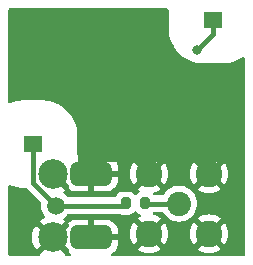
<source format=gbr>
%TF.GenerationSoftware,KiCad,Pcbnew,7.0.2*%
%TF.CreationDate,2024-04-02T18:30:14-04:00*%
%TF.ProjectId,filt1,66696c74-312e-46b6-9963-61645f706362,rev?*%
%TF.SameCoordinates,Original*%
%TF.FileFunction,Copper,L1,Top*%
%TF.FilePolarity,Positive*%
%FSLAX46Y46*%
G04 Gerber Fmt 4.6, Leading zero omitted, Abs format (unit mm)*
G04 Created by KiCad (PCBNEW 7.0.2) date 2024-04-02 18:30:14*
%MOMM*%
%LPD*%
G01*
G04 APERTURE LIST*
G04 Aperture macros list*
%AMRoundRect*
0 Rectangle with rounded corners*
0 $1 Rounding radius*
0 $2 $3 $4 $5 $6 $7 $8 $9 X,Y pos of 4 corners*
0 Add a 4 corners polygon primitive as box body*
4,1,4,$2,$3,$4,$5,$6,$7,$8,$9,$2,$3,0*
0 Add four circle primitives for the rounded corners*
1,1,$1+$1,$2,$3*
1,1,$1+$1,$4,$5*
1,1,$1+$1,$6,$7*
1,1,$1+$1,$8,$9*
0 Add four rect primitives between the rounded corners*
20,1,$1+$1,$2,$3,$4,$5,0*
20,1,$1+$1,$4,$5,$6,$7,0*
20,1,$1+$1,$6,$7,$8,$9,0*
20,1,$1+$1,$8,$9,$2,$3,0*%
G04 Aperture macros list end*
%TA.AperFunction,SMDPad,CuDef*%
%ADD10R,1.524000X1.397000*%
%TD*%
%TA.AperFunction,ComponentPad*%
%ADD11C,1.016000*%
%TD*%
%TA.AperFunction,SMDPad,CuDef*%
%ADD12R,13.208000X5.664200*%
%TD*%
%TA.AperFunction,SMDPad,CuDef*%
%ADD13R,18.796000X2.387600*%
%TD*%
%TA.AperFunction,SMDPad,CuDef*%
%ADD14R,12.700000X4.775200*%
%TD*%
%TA.AperFunction,ComponentPad*%
%ADD15C,2.250000*%
%TD*%
%TA.AperFunction,ComponentPad*%
%ADD16C,2.050000*%
%TD*%
%TA.AperFunction,SMDPad,CuDef*%
%ADD17RoundRect,0.200000X-0.200000X-0.275000X0.200000X-0.275000X0.200000X0.275000X-0.200000X0.275000X0*%
%TD*%
%TA.AperFunction,ComponentPad*%
%ADD18C,1.500000*%
%TD*%
%TA.AperFunction,ComponentPad*%
%ADD19C,2.500000*%
%TD*%
%TA.AperFunction,ComponentPad*%
%ADD20RoundRect,0.500000X1.250000X-0.500000X1.250000X0.500000X-1.250000X0.500000X-1.250000X-0.500000X0*%
%TD*%
%TA.AperFunction,ViaPad*%
%ADD21C,0.800000*%
%TD*%
%TA.AperFunction,Conductor*%
%ADD22C,0.400000*%
%TD*%
G04 APERTURE END LIST*
D10*
%TO.P,U1,1*%
%TO.N,Net-(J1-In)*%
X162086000Y-96500000D03*
%TO.P,U1,2,GND*%
%TO.N,GND*%
X162086000Y-85959000D03*
D11*
%TO.P,U1,3,GND*%
X166404000Y-97579500D03*
X167928000Y-97579500D03*
D10*
X167166000Y-96500000D03*
%TO.P,U1,4,GND*%
X167166000Y-85959000D03*
D11*
%TO.P,U1,5,GND*%
X171484000Y-97579500D03*
X173008000Y-97579500D03*
D10*
X172246000Y-96500000D03*
%TO.P,U1,6,GND*%
X172246000Y-85959000D03*
D11*
%TO.P,U1,7,GND*%
X176564000Y-97579500D03*
X178088000Y-97579500D03*
D10*
X177326000Y-96500000D03*
D12*
X172500000Y-95255400D03*
D11*
X162086000Y-91864500D03*
X164626000Y-91864500D03*
X167166000Y-91864500D03*
X169706000Y-91864500D03*
X172246000Y-91864500D03*
X174786000Y-91864500D03*
X177326000Y-91864500D03*
D13*
X169706000Y-91229500D03*
D11*
X162086000Y-90594500D03*
X164626000Y-90594500D03*
X167166000Y-90594500D03*
X169706000Y-90594500D03*
X172246000Y-90594500D03*
X174786000Y-90594500D03*
X177326000Y-90594500D03*
D14*
X166658000Y-87648100D03*
D10*
%TO.P,U1,8*%
%TO.N,Net-(J2-In)*%
X177326000Y-85959000D03*
%TD*%
D15*
%TO.P,J2,2,Ext*%
%TO.N,GND*%
X171920000Y-99000000D03*
X177000000Y-99000000D03*
X171920000Y-104080000D03*
X177000000Y-104080000D03*
D16*
%TO.P,J2,1,In*%
%TO.N,Net-(J2-In)*%
X174460000Y-101540000D03*
%TD*%
D17*
%TO.P,R1,2*%
%TO.N,Net-(J2-In)*%
X171575000Y-101500000D03*
%TO.P,R1,1*%
%TO.N,Net-(J1-In)*%
X169925000Y-101500000D03*
%TD*%
D18*
%TO.P,J1,1,In*%
%TO.N,Net-(J1-In)*%
X164000000Y-101700000D03*
D19*
%TO.P,J1,2,Ext*%
%TO.N,GND*%
X163750000Y-104400000D03*
D20*
X167000000Y-104400000D03*
D19*
X163750000Y-99000000D03*
D20*
X167000000Y-99000000D03*
%TD*%
D21*
%TO.N,Net-(J2-In)*%
X176000000Y-88500000D03*
%TD*%
D22*
%TO.N,Net-(J1-In)*%
X162086000Y-96500000D02*
X162100000Y-96514000D01*
X162100000Y-96514000D02*
X162100000Y-99800000D01*
X162100000Y-99800000D02*
X164000000Y-101700000D01*
%TO.N,Net-(J2-In)*%
X177326000Y-87174000D02*
X176000000Y-88500000D01*
X177326000Y-85959000D02*
X177326000Y-87174000D01*
%TO.N,Net-(J1-In)*%
X169725000Y-101700000D02*
X164000000Y-101700000D01*
%TO.N,Net-(J2-In)*%
X174460000Y-101540000D02*
X171615000Y-101540000D01*
X171615000Y-101540000D02*
X171575000Y-101500000D01*
%TO.N,GND*%
X174460000Y-94540000D02*
X175000000Y-94000000D01*
%TO.N,Net-(J1-In)*%
X169925000Y-101500000D02*
X169725000Y-101700000D01*
%TD*%
%TA.AperFunction,Conductor*%
%TO.N,GND*%
G36*
X160170272Y-99968762D02*
G01*
X160378609Y-100051529D01*
X160716218Y-100141991D01*
X161062046Y-100192648D01*
X161207533Y-100199000D01*
X161459157Y-100198999D01*
X161526196Y-100218683D01*
X161561206Y-100252557D01*
X161571817Y-100267929D01*
X161616847Y-100307822D01*
X161622283Y-100312940D01*
X162725124Y-101415781D01*
X162758609Y-101477104D01*
X162760971Y-101514269D01*
X162744722Y-101699999D01*
X162763792Y-101917974D01*
X162789217Y-102012863D01*
X162820425Y-102129330D01*
X162912898Y-102327639D01*
X163038402Y-102506877D01*
X163038404Y-102506880D01*
X163038405Y-102506880D01*
X163112897Y-102581372D01*
X163146382Y-102642695D01*
X163141398Y-102712387D01*
X163099526Y-102768320D01*
X163079018Y-102780773D01*
X162872546Y-102880206D01*
X162700832Y-102997278D01*
X163351391Y-103647837D01*
X163232569Y-103719331D01*
X163098342Y-103846477D01*
X162995138Y-103998691D01*
X162347873Y-103351427D01*
X162300028Y-103411424D01*
X162168882Y-103638576D01*
X162073059Y-103882729D01*
X162014693Y-104138447D01*
X161995092Y-104400000D01*
X162014693Y-104661552D01*
X162073059Y-104917270D01*
X162168882Y-105161424D01*
X162300027Y-105388573D01*
X162347873Y-105448571D01*
X162347874Y-105448571D01*
X162998766Y-104797679D01*
X163042316Y-104879822D01*
X163162009Y-105020735D01*
X163309195Y-105132623D01*
X163351402Y-105152150D01*
X162700831Y-105802720D01*
X162706274Y-105860760D01*
X162705528Y-105860829D01*
X162709667Y-105896482D01*
X162678923Y-105959224D01*
X162619138Y-105995384D01*
X162587455Y-105999500D01*
X160124500Y-105999500D01*
X160057461Y-105979815D01*
X160011706Y-105927011D01*
X160000500Y-105875500D01*
X160000500Y-100084004D01*
X160020185Y-100016965D01*
X160072989Y-99971210D01*
X160142147Y-99961266D01*
X160170272Y-99968762D01*
G37*
%TD.AperFunction*%
%TA.AperFunction,Conductor*%
G36*
X165104816Y-105401262D02*
G01*
X165138301Y-105462585D01*
X165133317Y-105532276D01*
X165104816Y-105576624D01*
X165056566Y-105624874D01*
X165196871Y-105739279D01*
X165247244Y-105765592D01*
X165297551Y-105814079D01*
X165313658Y-105882066D01*
X165290451Y-105947969D01*
X165235298Y-105990864D01*
X165189832Y-105999500D01*
X164912542Y-105999500D01*
X164845503Y-105979815D01*
X164799748Y-105927011D01*
X164789804Y-105857853D01*
X164795081Y-105846297D01*
X164799167Y-105802720D01*
X164148609Y-105152161D01*
X164267431Y-105080669D01*
X164401658Y-104953523D01*
X164504861Y-104801308D01*
X165104816Y-105401262D01*
G37*
%TD.AperFunction*%
%TA.AperFunction,Conductor*%
G36*
X173507274Y-85020185D02*
G01*
X173553029Y-85072989D01*
X173564117Y-85129912D01*
X173563559Y-85142667D01*
X173563558Y-85142696D01*
X173563500Y-85144033D01*
X173563500Y-85145406D01*
X173563500Y-85145407D01*
X173563500Y-86772635D01*
X173563500Y-86772680D01*
X173563501Y-86773966D01*
X173569852Y-86919454D01*
X173620509Y-87265282D01*
X173710971Y-87602891D01*
X173712300Y-87606236D01*
X173838680Y-87924356D01*
X173838683Y-87924364D01*
X173840015Y-87927715D01*
X174005896Y-88235362D01*
X174007962Y-88238313D01*
X174007963Y-88238314D01*
X174204305Y-88518719D01*
X174204310Y-88518726D01*
X174206372Y-88521670D01*
X174438730Y-88782770D01*
X174699830Y-89015128D01*
X174702775Y-89017190D01*
X174702780Y-89017194D01*
X174815736Y-89096287D01*
X174986138Y-89215604D01*
X175293785Y-89381485D01*
X175618609Y-89510529D01*
X175956218Y-89600991D01*
X176302046Y-89651648D01*
X176447533Y-89658000D01*
X178204466Y-89657999D01*
X178349954Y-89651648D01*
X178695782Y-89600991D01*
X179033391Y-89510529D01*
X179358215Y-89381485D01*
X179665862Y-89215604D01*
X179804375Y-89118615D01*
X179870582Y-89096287D01*
X179938349Y-89113297D01*
X179986163Y-89164244D01*
X179999500Y-89220189D01*
X179999500Y-105875500D01*
X179979815Y-105942539D01*
X179927011Y-105988294D01*
X179875500Y-105999500D01*
X168810168Y-105999500D01*
X168743129Y-105979815D01*
X168697374Y-105927011D01*
X168687430Y-105857853D01*
X168716455Y-105794297D01*
X168752756Y-105765592D01*
X168803128Y-105739279D01*
X168960752Y-105610752D01*
X169089276Y-105453131D01*
X169183442Y-105272862D01*
X169239390Y-105077329D01*
X169249757Y-104960731D01*
X169250000Y-104955260D01*
X169250000Y-104650000D01*
X168195882Y-104650000D01*
X168234556Y-104556631D01*
X168255177Y-104400000D01*
X168234556Y-104243369D01*
X168195882Y-104150000D01*
X169250000Y-104150000D01*
X169250000Y-103844739D01*
X169249757Y-103839268D01*
X169239390Y-103722670D01*
X169183442Y-103527137D01*
X169089276Y-103346868D01*
X168960752Y-103189247D01*
X168803131Y-103060723D01*
X168622862Y-102966557D01*
X168427329Y-102910609D01*
X168310731Y-102900242D01*
X168305261Y-102900000D01*
X167250000Y-102900000D01*
X167250000Y-103800000D01*
X166750000Y-103800000D01*
X166750000Y-102900000D01*
X165694739Y-102900000D01*
X165689268Y-102900242D01*
X165572670Y-102910609D01*
X165377135Y-102966558D01*
X165196869Y-103060721D01*
X165056566Y-103175123D01*
X165056565Y-103175124D01*
X165104816Y-103223375D01*
X165138301Y-103284698D01*
X165133317Y-103354390D01*
X165104816Y-103398737D01*
X164501232Y-104002319D01*
X164457684Y-103920178D01*
X164337991Y-103779265D01*
X164190805Y-103667377D01*
X164148596Y-103647849D01*
X164799167Y-102997278D01*
X164708455Y-102935432D01*
X164664153Y-102881403D01*
X164656094Y-102811999D01*
X164686837Y-102749257D01*
X164707178Y-102731407D01*
X164806877Y-102661598D01*
X164961598Y-102506877D01*
X164999060Y-102453374D01*
X165053636Y-102409752D01*
X165100634Y-102400500D01*
X169371087Y-102400500D01*
X169420898Y-102414385D01*
X169421019Y-102413998D01*
X169433862Y-102418000D01*
X169435236Y-102418383D01*
X169435389Y-102418476D01*
X169435392Y-102418477D01*
X169435394Y-102418478D01*
X169597804Y-102469086D01*
X169668384Y-102475500D01*
X169671203Y-102475500D01*
X170178797Y-102475500D01*
X170181616Y-102475500D01*
X170252196Y-102469086D01*
X170414606Y-102418478D01*
X170560185Y-102330472D01*
X170597391Y-102293266D01*
X170662319Y-102228339D01*
X170723642Y-102194854D01*
X170793334Y-102199838D01*
X170837681Y-102228339D01*
X170939813Y-102330471D01*
X170939815Y-102330472D01*
X171085394Y-102418478D01*
X171113426Y-102427213D01*
X171171574Y-102465949D01*
X171199549Y-102529973D01*
X171188468Y-102598959D01*
X171141851Y-102651003D01*
X171141327Y-102651325D01*
X170961895Y-102761281D01*
X170958087Y-102764533D01*
X170958087Y-102764534D01*
X171521390Y-103327837D01*
X171402569Y-103399331D01*
X171268342Y-103526477D01*
X171165138Y-103678691D01*
X170604534Y-103118087D01*
X170604533Y-103118087D01*
X170601281Y-103121895D01*
X170467638Y-103339982D01*
X170369753Y-103576294D01*
X170310043Y-103825006D01*
X170289975Y-104080000D01*
X170310043Y-104334993D01*
X170369753Y-104583705D01*
X170467636Y-104820012D01*
X170601284Y-105038108D01*
X170604533Y-105041911D01*
X170604535Y-105041911D01*
X171168766Y-104477679D01*
X171212316Y-104559822D01*
X171332009Y-104700735D01*
X171479195Y-104812623D01*
X171521402Y-104832150D01*
X170958087Y-105395464D01*
X170958087Y-105395465D01*
X170961895Y-105398718D01*
X171179982Y-105532361D01*
X171416294Y-105630246D01*
X171665006Y-105689956D01*
X171920000Y-105710024D01*
X172174993Y-105689956D01*
X172423705Y-105630246D01*
X172660012Y-105532363D01*
X172878108Y-105398715D01*
X172881911Y-105395465D01*
X172881912Y-105395464D01*
X172318609Y-104832161D01*
X172437431Y-104760669D01*
X172571658Y-104633523D01*
X172674861Y-104481308D01*
X173235464Y-105041912D01*
X173235465Y-105041911D01*
X173238715Y-105038108D01*
X173372363Y-104820012D01*
X173470246Y-104583705D01*
X173529956Y-104334993D01*
X173550024Y-104080000D01*
X175369975Y-104080000D01*
X175390043Y-104334993D01*
X175449753Y-104583705D01*
X175547636Y-104820012D01*
X175681284Y-105038108D01*
X175684533Y-105041911D01*
X175684535Y-105041911D01*
X176248766Y-104477678D01*
X176292316Y-104559822D01*
X176412009Y-104700735D01*
X176559195Y-104812623D01*
X176601402Y-104832150D01*
X176038087Y-105395464D01*
X176038087Y-105395465D01*
X176041895Y-105398718D01*
X176259982Y-105532361D01*
X176496294Y-105630246D01*
X176745006Y-105689956D01*
X177000000Y-105710024D01*
X177254993Y-105689956D01*
X177503705Y-105630246D01*
X177740012Y-105532363D01*
X177958108Y-105398715D01*
X177961911Y-105395465D01*
X177961912Y-105395464D01*
X177398609Y-104832161D01*
X177517431Y-104760669D01*
X177651658Y-104633523D01*
X177754861Y-104481308D01*
X178315464Y-105041912D01*
X178315465Y-105041911D01*
X178318715Y-105038108D01*
X178452363Y-104820012D01*
X178550246Y-104583705D01*
X178609956Y-104334993D01*
X178630024Y-104080000D01*
X178609956Y-103825006D01*
X178550246Y-103576294D01*
X178452361Y-103339982D01*
X178318718Y-103121895D01*
X178315465Y-103118087D01*
X178315464Y-103118087D01*
X177751232Y-103682319D01*
X177707684Y-103600178D01*
X177587991Y-103459265D01*
X177440805Y-103347377D01*
X177398596Y-103327849D01*
X177961911Y-102764535D01*
X177961911Y-102764533D01*
X177958108Y-102761284D01*
X177740012Y-102627636D01*
X177503705Y-102529753D01*
X177254993Y-102470043D01*
X177000000Y-102449975D01*
X176745006Y-102470043D01*
X176496294Y-102529753D01*
X176259982Y-102627638D01*
X176041895Y-102761281D01*
X176038087Y-102764533D01*
X176601391Y-103327837D01*
X176482569Y-103399331D01*
X176348342Y-103526477D01*
X176245138Y-103678691D01*
X175684534Y-103118087D01*
X175684533Y-103118087D01*
X175681281Y-103121895D01*
X175547638Y-103339982D01*
X175449753Y-103576294D01*
X175390043Y-103825006D01*
X175369975Y-104080000D01*
X173550024Y-104080000D01*
X173550024Y-104079999D01*
X173529956Y-103825006D01*
X173470246Y-103576294D01*
X173372361Y-103339982D01*
X173238718Y-103121895D01*
X173235465Y-103118087D01*
X173235464Y-103118087D01*
X172671232Y-103682318D01*
X172627684Y-103600178D01*
X172507991Y-103459265D01*
X172360805Y-103347377D01*
X172318597Y-103327849D01*
X172881911Y-102764535D01*
X172881911Y-102764533D01*
X172878108Y-102761284D01*
X172660012Y-102627636D01*
X172423705Y-102529753D01*
X172306121Y-102501524D01*
X172245529Y-102466733D01*
X172213365Y-102404707D01*
X172219841Y-102335138D01*
X172247385Y-102293271D01*
X172263842Y-102276814D01*
X172325165Y-102243333D01*
X172351519Y-102240500D01*
X173030675Y-102240500D01*
X173097714Y-102260185D01*
X173136402Y-102299710D01*
X173198166Y-102400500D01*
X173222028Y-102439439D01*
X173377973Y-102622027D01*
X173560561Y-102777972D01*
X173765296Y-102903433D01*
X173922160Y-102968408D01*
X173987136Y-102995323D01*
X174060898Y-103013031D01*
X174220621Y-103051377D01*
X174460000Y-103070217D01*
X174699379Y-103051377D01*
X174932863Y-102995323D01*
X175154704Y-102903433D01*
X175359439Y-102777972D01*
X175542027Y-102622027D01*
X175697972Y-102439439D01*
X175823433Y-102234704D01*
X175915323Y-102012863D01*
X175971377Y-101779379D01*
X175990217Y-101540000D01*
X175971377Y-101300621D01*
X175915323Y-101067137D01*
X175823433Y-100845296D01*
X175697972Y-100640561D01*
X175542027Y-100457973D01*
X175359439Y-100302028D01*
X175154704Y-100176567D01*
X175078365Y-100144946D01*
X174932863Y-100084676D01*
X174699380Y-100028623D01*
X174460000Y-100009783D01*
X174220619Y-100028623D01*
X173987136Y-100084676D01*
X173765296Y-100176567D01*
X173560560Y-100302028D01*
X173377973Y-100457973D01*
X173222027Y-100640562D01*
X173136402Y-100780290D01*
X173084591Y-100827165D01*
X173030675Y-100839500D01*
X172430443Y-100839500D01*
X172363404Y-100819815D01*
X172342870Y-100798708D01*
X172341118Y-100800461D01*
X172311899Y-100771242D01*
X172278414Y-100709919D01*
X172283398Y-100640227D01*
X172325270Y-100584294D01*
X172370634Y-100562987D01*
X172423704Y-100550246D01*
X172660012Y-100452363D01*
X172878108Y-100318715D01*
X172881911Y-100315465D01*
X172881912Y-100315464D01*
X172318609Y-99752161D01*
X172437431Y-99680669D01*
X172571658Y-99553523D01*
X172674861Y-99401309D01*
X173235464Y-99961912D01*
X173235465Y-99961911D01*
X173238715Y-99958108D01*
X173372363Y-99740012D01*
X173470246Y-99503705D01*
X173529956Y-99254993D01*
X173550024Y-99000000D01*
X173550024Y-98999999D01*
X175369975Y-98999999D01*
X175390043Y-99254993D01*
X175449753Y-99503705D01*
X175547636Y-99740012D01*
X175681284Y-99958108D01*
X175684533Y-99961911D01*
X175684535Y-99961911D01*
X176248766Y-99397679D01*
X176292316Y-99479822D01*
X176412009Y-99620735D01*
X176559195Y-99732623D01*
X176601402Y-99752150D01*
X176038087Y-100315464D01*
X176038087Y-100315465D01*
X176041895Y-100318718D01*
X176259982Y-100452361D01*
X176496294Y-100550246D01*
X176745006Y-100609956D01*
X177000000Y-100630024D01*
X177254993Y-100609956D01*
X177503705Y-100550246D01*
X177740012Y-100452363D01*
X177958108Y-100318715D01*
X177961911Y-100315465D01*
X177961912Y-100315464D01*
X177398609Y-99752161D01*
X177517431Y-99680669D01*
X177651658Y-99553523D01*
X177754861Y-99401309D01*
X178315464Y-99961912D01*
X178315465Y-99961911D01*
X178318715Y-99958108D01*
X178452363Y-99740012D01*
X178550246Y-99503705D01*
X178609956Y-99254993D01*
X178630024Y-99000000D01*
X178609956Y-98745006D01*
X178550246Y-98496294D01*
X178452361Y-98259982D01*
X178318718Y-98041895D01*
X178315465Y-98038087D01*
X178315464Y-98038087D01*
X177751232Y-98602319D01*
X177707684Y-98520178D01*
X177587991Y-98379265D01*
X177440805Y-98267377D01*
X177398597Y-98247849D01*
X177961911Y-97684535D01*
X177961911Y-97684533D01*
X177958108Y-97681284D01*
X177740012Y-97547636D01*
X177503705Y-97449753D01*
X177254993Y-97390043D01*
X177000000Y-97369975D01*
X176745006Y-97390043D01*
X176496294Y-97449753D01*
X176259982Y-97547638D01*
X176041895Y-97681281D01*
X176038087Y-97684533D01*
X176038087Y-97684534D01*
X176601390Y-98247837D01*
X176482569Y-98319331D01*
X176348342Y-98446477D01*
X176245138Y-98598691D01*
X175684534Y-98038087D01*
X175684533Y-98038087D01*
X175681281Y-98041895D01*
X175547638Y-98259982D01*
X175449753Y-98496294D01*
X175390043Y-98745006D01*
X175369975Y-98999999D01*
X173550024Y-98999999D01*
X173529956Y-98745006D01*
X173470246Y-98496294D01*
X173372361Y-98259982D01*
X173238718Y-98041895D01*
X173235465Y-98038087D01*
X173235464Y-98038087D01*
X172671232Y-98602319D01*
X172627684Y-98520178D01*
X172507991Y-98379265D01*
X172360805Y-98267377D01*
X172318597Y-98247849D01*
X172881911Y-97684535D01*
X172881911Y-97684533D01*
X172878108Y-97681284D01*
X172660012Y-97547636D01*
X172423705Y-97449753D01*
X172174993Y-97390043D01*
X171919999Y-97369975D01*
X171665006Y-97390043D01*
X171416294Y-97449753D01*
X171179982Y-97547638D01*
X170961895Y-97681281D01*
X170958087Y-97684533D01*
X170958087Y-97684534D01*
X171521390Y-98247837D01*
X171402569Y-98319331D01*
X171268342Y-98446477D01*
X171165138Y-98598691D01*
X170604534Y-98038087D01*
X170604533Y-98038087D01*
X170601281Y-98041895D01*
X170467638Y-98259982D01*
X170369753Y-98496294D01*
X170310043Y-98745006D01*
X170289975Y-98999999D01*
X170310043Y-99254993D01*
X170369753Y-99503705D01*
X170467636Y-99740012D01*
X170601284Y-99958108D01*
X170604533Y-99961911D01*
X170604535Y-99961911D01*
X171168766Y-99397679D01*
X171212316Y-99479822D01*
X171332009Y-99620735D01*
X171479195Y-99732623D01*
X171521402Y-99752150D01*
X170958087Y-100315464D01*
X170958087Y-100315465D01*
X170961895Y-100318718D01*
X171065404Y-100382149D01*
X171112279Y-100433961D01*
X171123702Y-100502890D01*
X171096044Y-100567053D01*
X171064764Y-100593993D01*
X170939813Y-100669528D01*
X170837681Y-100771661D01*
X170776358Y-100805146D01*
X170706666Y-100800162D01*
X170662319Y-100771661D01*
X170560186Y-100669528D01*
X170419191Y-100584294D01*
X170414606Y-100581522D01*
X170252196Y-100530914D01*
X170252193Y-100530913D01*
X170184424Y-100524755D01*
X170184420Y-100524754D01*
X170181616Y-100524500D01*
X169668384Y-100524500D01*
X169665580Y-100524754D01*
X169665575Y-100524755D01*
X169597806Y-100530913D01*
X169535764Y-100550246D01*
X169435394Y-100581522D01*
X169435392Y-100581522D01*
X169435392Y-100581523D01*
X169289813Y-100669528D01*
X169169528Y-100789813D01*
X169078949Y-100939650D01*
X169027421Y-100986838D01*
X168972832Y-100999500D01*
X165100634Y-100999500D01*
X165033595Y-100979815D01*
X164999061Y-100946626D01*
X164961598Y-100893123D01*
X164806877Y-100738402D01*
X164707181Y-100668594D01*
X164663558Y-100614019D01*
X164656366Y-100544520D01*
X164687888Y-100482166D01*
X164708455Y-100464568D01*
X164799167Y-100402720D01*
X164366394Y-99969948D01*
X164332909Y-99908625D01*
X164337893Y-99838934D01*
X164379764Y-99783000D01*
X164395211Y-99773130D01*
X164425862Y-99756604D01*
X164596070Y-99637422D01*
X164662271Y-99615096D01*
X164730039Y-99632105D01*
X164754871Y-99651317D01*
X165104816Y-100001262D01*
X165138301Y-100062585D01*
X165133317Y-100132277D01*
X165104816Y-100176624D01*
X165056566Y-100224874D01*
X165196868Y-100339276D01*
X165377137Y-100433442D01*
X165572670Y-100489390D01*
X165689268Y-100499757D01*
X165694739Y-100500000D01*
X166750000Y-100500000D01*
X166750000Y-99600000D01*
X167250000Y-99600000D01*
X167250000Y-100500000D01*
X168305261Y-100500000D01*
X168310731Y-100499757D01*
X168427329Y-100489390D01*
X168622862Y-100433442D01*
X168803131Y-100339276D01*
X168960752Y-100210752D01*
X169089276Y-100053131D01*
X169183442Y-99872862D01*
X169239390Y-99677329D01*
X169249757Y-99560731D01*
X169250000Y-99555260D01*
X169250000Y-99250000D01*
X168195882Y-99250000D01*
X168234556Y-99156631D01*
X168255177Y-99000000D01*
X168234556Y-98843369D01*
X168195882Y-98750000D01*
X169250000Y-98750000D01*
X169250000Y-98444739D01*
X169249757Y-98439268D01*
X169239390Y-98322670D01*
X169183442Y-98127137D01*
X169089276Y-97946868D01*
X168960752Y-97789247D01*
X168803131Y-97660723D01*
X168622862Y-97566557D01*
X168427329Y-97510609D01*
X168310731Y-97500242D01*
X168305261Y-97500000D01*
X167250000Y-97500000D01*
X167250000Y-98400000D01*
X166750000Y-98400000D01*
X166750000Y-97500000D01*
X165969953Y-97500000D01*
X165902914Y-97480315D01*
X165857159Y-97427511D01*
X165846071Y-97370590D01*
X165848440Y-97316337D01*
X165848500Y-97314967D01*
X165848499Y-95685034D01*
X165842148Y-95539546D01*
X165791491Y-95193718D01*
X165701029Y-94856109D01*
X165571985Y-94531285D01*
X165406104Y-94223638D01*
X165205628Y-93937330D01*
X164973270Y-93676230D01*
X164712170Y-93443872D01*
X164709226Y-93441810D01*
X164709219Y-93441805D01*
X164428814Y-93245463D01*
X164428813Y-93245462D01*
X164425862Y-93243396D01*
X164172500Y-93106785D01*
X164121394Y-93079229D01*
X164121392Y-93079228D01*
X164118215Y-93077515D01*
X164114864Y-93076183D01*
X164114856Y-93076180D01*
X163796736Y-92949800D01*
X163796737Y-92949800D01*
X163793391Y-92948471D01*
X163789924Y-92947542D01*
X163789918Y-92947540D01*
X163459258Y-92858940D01*
X163459251Y-92858938D01*
X163455782Y-92858009D01*
X163452227Y-92857488D01*
X163452221Y-92857487D01*
X163113082Y-92807810D01*
X163113078Y-92807809D01*
X163109954Y-92807352D01*
X163106810Y-92807214D01*
X163106792Y-92807213D01*
X162965839Y-92801059D01*
X162965798Y-92801058D01*
X162964467Y-92801000D01*
X162963092Y-92801000D01*
X161208864Y-92801000D01*
X161208818Y-92801000D01*
X161207534Y-92801001D01*
X161206206Y-92801058D01*
X161206204Y-92801059D01*
X161065206Y-92807214D01*
X161065204Y-92807214D01*
X161062046Y-92807352D01*
X161058921Y-92807809D01*
X161058918Y-92807810D01*
X160719778Y-92857487D01*
X160719769Y-92857488D01*
X160716218Y-92858009D01*
X160712751Y-92858937D01*
X160712741Y-92858940D01*
X160382081Y-92947540D01*
X160382070Y-92947543D01*
X160378609Y-92948471D01*
X160375267Y-92949798D01*
X160375263Y-92949800D01*
X160170281Y-93031234D01*
X160100711Y-93037692D01*
X160038693Y-93005511D01*
X160003918Y-92944910D01*
X160000500Y-92915995D01*
X160000500Y-85124500D01*
X160020185Y-85057461D01*
X160072989Y-85011706D01*
X160124500Y-85000500D01*
X173440235Y-85000500D01*
X173507274Y-85020185D01*
G37*
%TD.AperFunction*%
%TD*%
M02*

</source>
